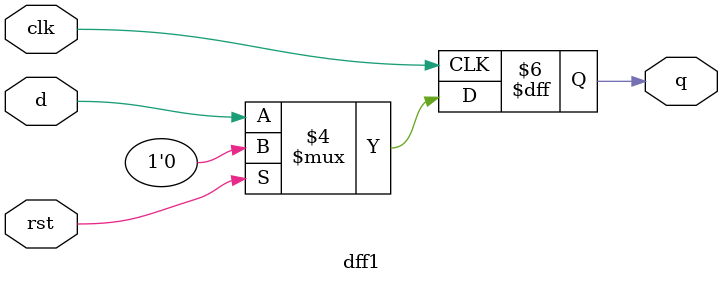
<source format=v>
`timescale 1ns / 1ps


module dff1(
    input clk,d,rst,
    output reg q
    );
    always @(posedge clk)
    begin 
    if(rst==1)
    q=0;
    else
    q=d;
    end
endmodule

</source>
